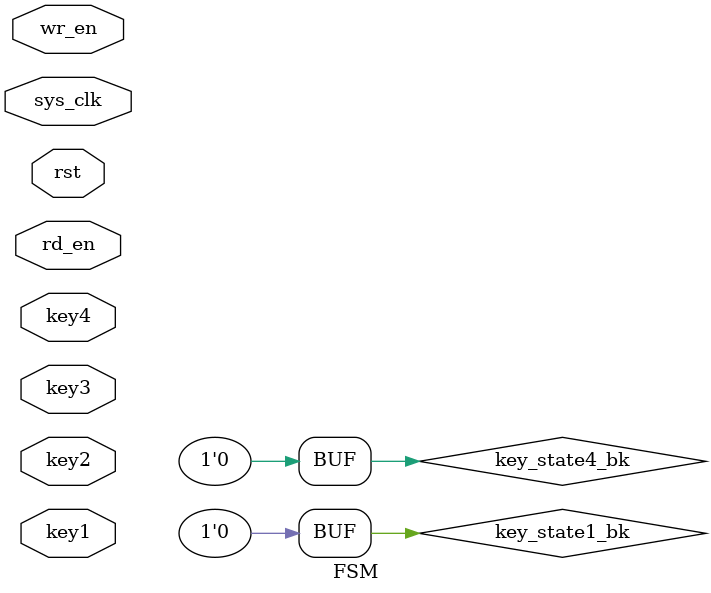
<source format=v>
module FSM(
	input sys_clk,
	input rst,	// active_high
	
	input wr_en,	// write enable
	input rd_en,	// read enable
	
	input key1,		// active_low
	input key2,		// active_low
	input key3,		// active_low
	input key4		// active_low
);

parameter IDLE		= 3'd1;
parameter MEM_WRITE	= 3'd2;
parameter MEM_READ	= 3'd3;
parameter MEM_ADDR	= 3'd4;

reg [7:0] addr;
reg [7:0] wr_cnt;
reg [7:0] rd_cnt;


reg [2:0] state;

reg key_state1 = 1'b0; 
reg key_state2 = 1'b0; 
reg key_state3 = 1'b0; 
reg key_state4 = 1'b0; 

reg key_state1_bk = 1'b0; 
reg key_state2_bk = 1'b0; 
reg key_state3_bk = 1'b0; 
reg key_state4_bk = 1'b0; 

//	判断按键状态：
always@( posedge key1 )
begin
	key_state1 <= ~key_state1;
end

always@( posedge key2 )
begin
	key_state2 <= ~key_state2;
end

always@( posedge key3 )
begin
	key_state3 <= ~key_state3;
end

//	key4按下后，地址后移4个字节（32bit）
always@( posedge key4 )
begin
	key_state4 <= ~key_state4;
end

always@( posedge sys_clk or posedge rst )
begin

	if(rst) 
		begin
			state 	<= IDLE;
			addr   	<= 8'd0;
			wr_cnt 	<= 8'd0;
			rd_cnt 	<= 8'd0;
		end
	else 
	begin
		case(state)
			IDLE:
			begin
				if( key_state1 != key_state1_bk )
					state <= IDLE;
				else if( key_state2 != key_state2_bk )
					state <= MEM_WRITE;
				else if( key_state3 != key_state3_bk )
					state <= MEM_READ;
				else if( key_state4 != key_state4_bk )
					state <= MEM_ADDR;
				else
					state <= IDLE;
			end
			
			MEM_WRITE: 
			begin
				if(wr_en) begin
					wr_cnt <= wr_cnt + 8'd1;
					key_state2_bk <= ~key_state2_bk;
				end
				state <= IDLE;
			end
			
			MEM_READ: 
			begin
				if(rd_en) begin
					rd_cnt <= rd_cnt + 8'd1;
					key_state3_bk <= ~key_state3_bk;
				end
				state <= IDLE;
			end
			
			MEM_ADDR:
			begin
				addr <= addr + 8'd4;
				state <= IDLE;
			end
			
//			default:
//			begin
//				begin
//					state <= IDLE;
//				end
//			end
		endcase
	end
	
	
end

endmodule

</source>
